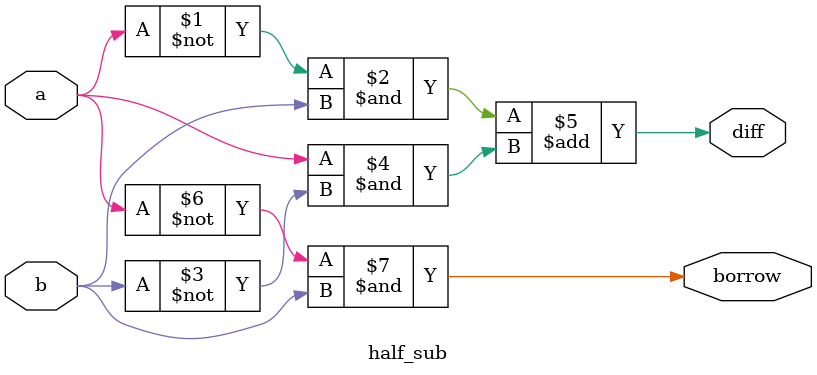
<source format=v>
module half_sub(input a, b, output diff, borrow);
   assign diff = (~a&b)+(a&~b);
   assign borrow = (~a)&b;
endmodule
</source>
